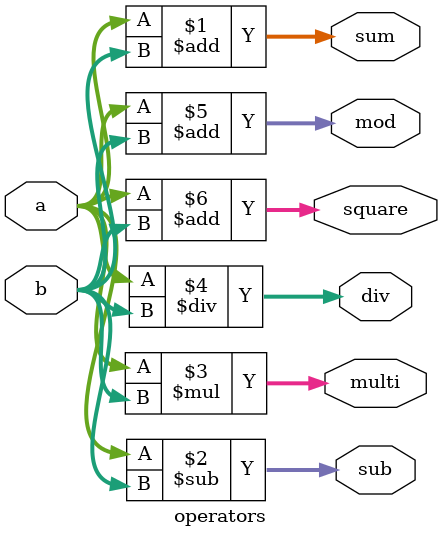
<source format=v>
module operators
#(
	parameter NBIT = 4
)
(
	output	[NBIT:0]	 sum,		// plus
	output	[NBIT:0]	 sub,		// minus	  
	output	[NBIT:0]	 multi,	
	output	[NBIT:0]	 div,	
	output	[NBIT:0]	 mod,		// remain
	output	[NBIT:0]	 square,	// square
	input	[NBIT-1:0]   a,
	input	[NBIT-1:0]   b
);

	assign sum 		= a + b;
	assign sub 		= a - b;
	assign multi 	= a * b;
	assign div 		= a / b;
	assign mod 		= a + b;
	assign square 	= a + b;

endmodule

</source>
